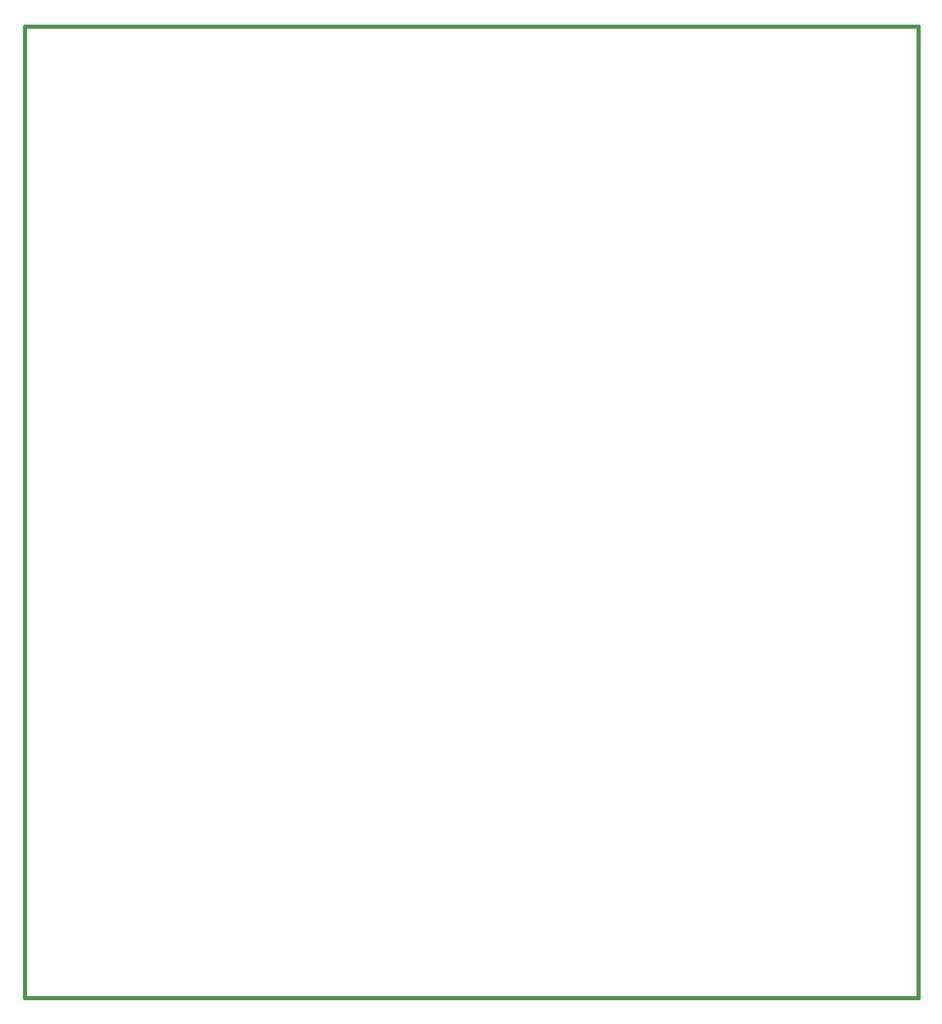
<source format=gbr>
G04*
G04 #@! TF.GenerationSoftware,Altium Limited,Altium Designer,24.10.1 (45)*
G04*
G04 Layer_Color=16711935*
%FSLAX44Y44*%
%MOMM*%
G71*
G04*
G04 #@! TF.SameCoordinates,58AE560C-37F5-4C9B-8F18-908462E99DB1*
G04*
G04*
G04 #@! TF.FilePolarity,Positive*
G04*
G01*
G75*
%ADD169C,0.3810*%
D169*
X927354Y13208D02*
Y1014984D01*
X5334Y13208D02*
X927354D01*
X5334Y1014984D02*
X927354D01*
X5334Y13208D02*
Y1014984D01*
M02*

</source>
